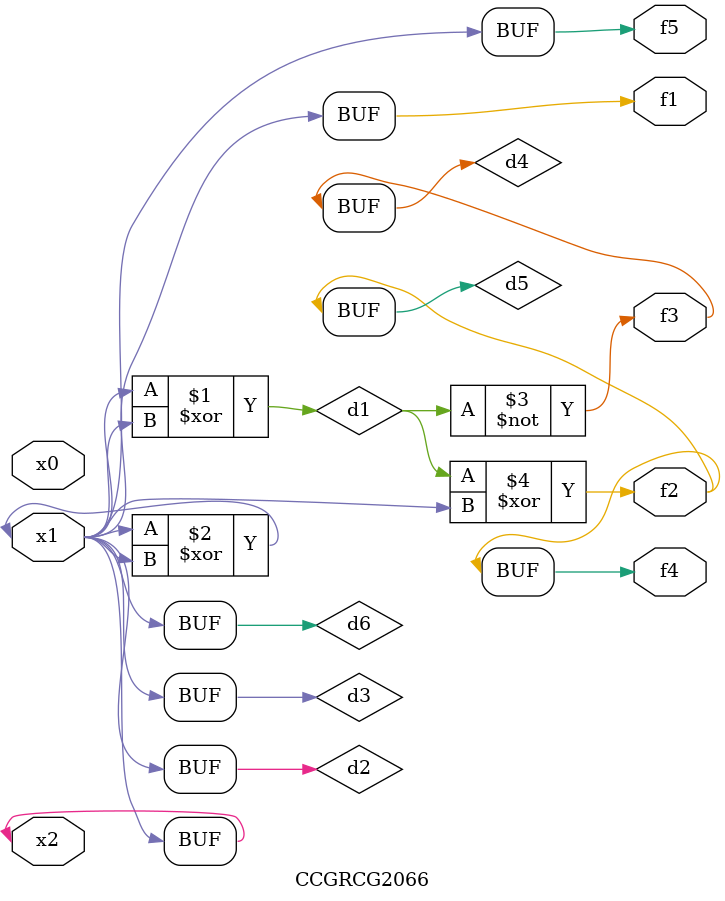
<source format=v>
module CCGRCG2066(
	input x0, x1, x2,
	output f1, f2, f3, f4, f5
);

	wire d1, d2, d3, d4, d5, d6;

	xor (d1, x1, x2);
	buf (d2, x1, x2);
	xor (d3, x1, x2);
	nor (d4, d1);
	xor (d5, d1, d2);
	buf (d6, d2, d3);
	assign f1 = d6;
	assign f2 = d5;
	assign f3 = d4;
	assign f4 = d5;
	assign f5 = d6;
endmodule

</source>
